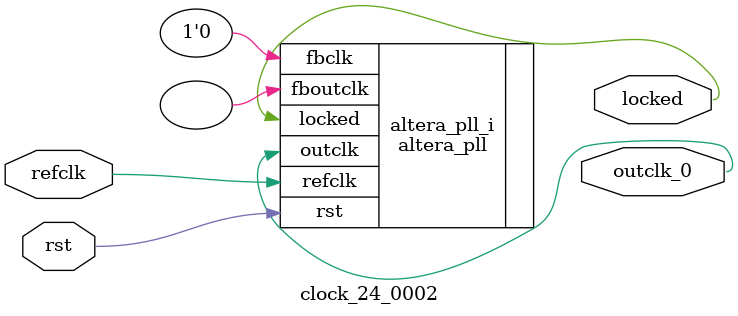
<source format=v>
`timescale 1ns/10ps
module  clock_24_0002(

	// interface 'refclk'
	input wire refclk,

	// interface 'reset'
	input wire rst,

	// interface 'outclk0'
	output wire outclk_0,

	// interface 'locked'
	output wire locked
);

	altera_pll #(
		.fractional_vco_multiplier("false"),
		.reference_clock_frequency("50.0 MHz"),
		.operation_mode("direct"),
		.number_of_clocks(1),
		.output_clock_frequency0("24.000000 MHz"),
		.phase_shift0("0 ps"),
		.duty_cycle0(50),
		.output_clock_frequency1("0 MHz"),
		.phase_shift1("0 ps"),
		.duty_cycle1(50),
		.output_clock_frequency2("0 MHz"),
		.phase_shift2("0 ps"),
		.duty_cycle2(50),
		.output_clock_frequency3("0 MHz"),
		.phase_shift3("0 ps"),
		.duty_cycle3(50),
		.output_clock_frequency4("0 MHz"),
		.phase_shift4("0 ps"),
		.duty_cycle4(50),
		.output_clock_frequency5("0 MHz"),
		.phase_shift5("0 ps"),
		.duty_cycle5(50),
		.output_clock_frequency6("0 MHz"),
		.phase_shift6("0 ps"),
		.duty_cycle6(50),
		.output_clock_frequency7("0 MHz"),
		.phase_shift7("0 ps"),
		.duty_cycle7(50),
		.output_clock_frequency8("0 MHz"),
		.phase_shift8("0 ps"),
		.duty_cycle8(50),
		.output_clock_frequency9("0 MHz"),
		.phase_shift9("0 ps"),
		.duty_cycle9(50),
		.output_clock_frequency10("0 MHz"),
		.phase_shift10("0 ps"),
		.duty_cycle10(50),
		.output_clock_frequency11("0 MHz"),
		.phase_shift11("0 ps"),
		.duty_cycle11(50),
		.output_clock_frequency12("0 MHz"),
		.phase_shift12("0 ps"),
		.duty_cycle12(50),
		.output_clock_frequency13("0 MHz"),
		.phase_shift13("0 ps"),
		.duty_cycle13(50),
		.output_clock_frequency14("0 MHz"),
		.phase_shift14("0 ps"),
		.duty_cycle14(50),
		.output_clock_frequency15("0 MHz"),
		.phase_shift15("0 ps"),
		.duty_cycle15(50),
		.output_clock_frequency16("0 MHz"),
		.phase_shift16("0 ps"),
		.duty_cycle16(50),
		.output_clock_frequency17("0 MHz"),
		.phase_shift17("0 ps"),
		.duty_cycle17(50),
		.pll_type("General"),
		.pll_subtype("General")
	) altera_pll_i (
		.rst	(rst),
		.outclk	({outclk_0}),
		.locked	(locked),
		.fboutclk	( ),
		.fbclk	(1'b0),
		.refclk	(refclk)
	);
endmodule


</source>
